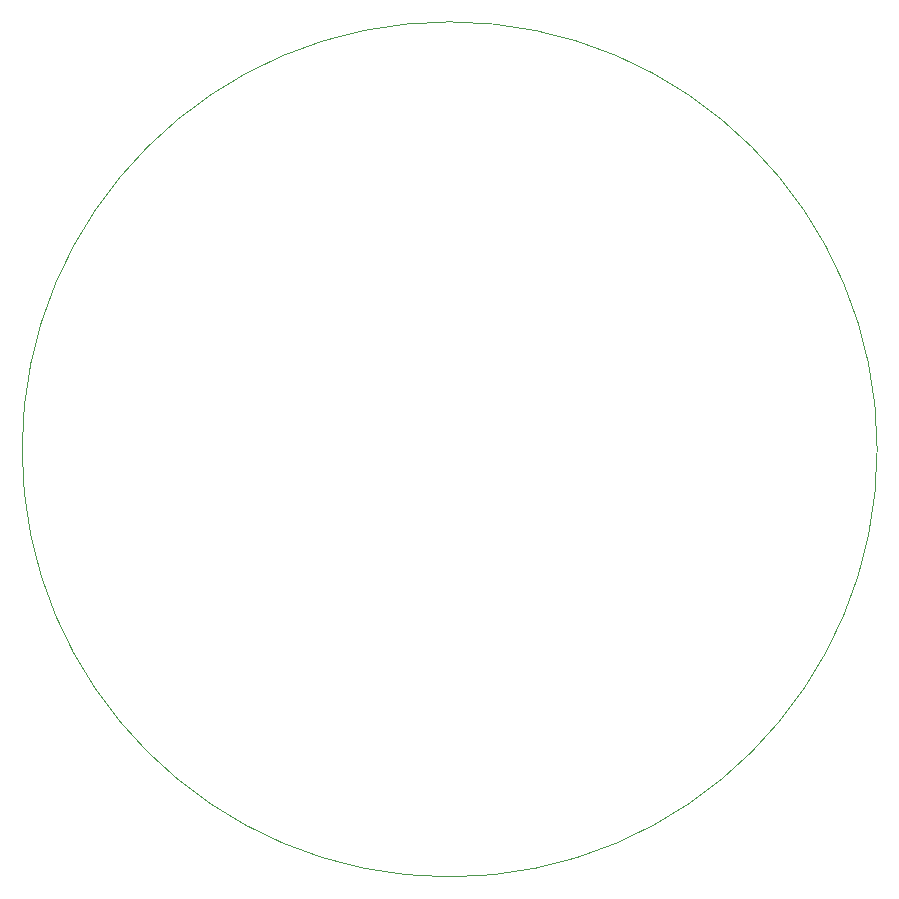
<source format=gbr>
G04 #@! TF.GenerationSoftware,KiCad,Pcbnew,(5.1.2)-2*
G04 #@! TF.CreationDate,2019-08-30T15:48:39-07:00*
G04 #@! TF.ProjectId,attiny_name_badge,61747469-6e79-45f6-9e61-6d655f626164,rev?*
G04 #@! TF.SameCoordinates,PX94f9350PY2f3c490*
G04 #@! TF.FileFunction,Profile,NP*
%FSLAX46Y46*%
G04 Gerber Fmt 4.6, Leading zero omitted, Abs format (unit mm)*
G04 Created by KiCad (PCBNEW (5.1.2)-2) date 2019-08-30 15:48:39*
%MOMM*%
%LPD*%
G04 APERTURE LIST*
%ADD10C,0.120000*%
G04 APERTURE END LIST*
D10*
X72518560Y-36322000D02*
G75*
G03X72518560Y-36322000I-36196560J0D01*
G01*
M02*

</source>
